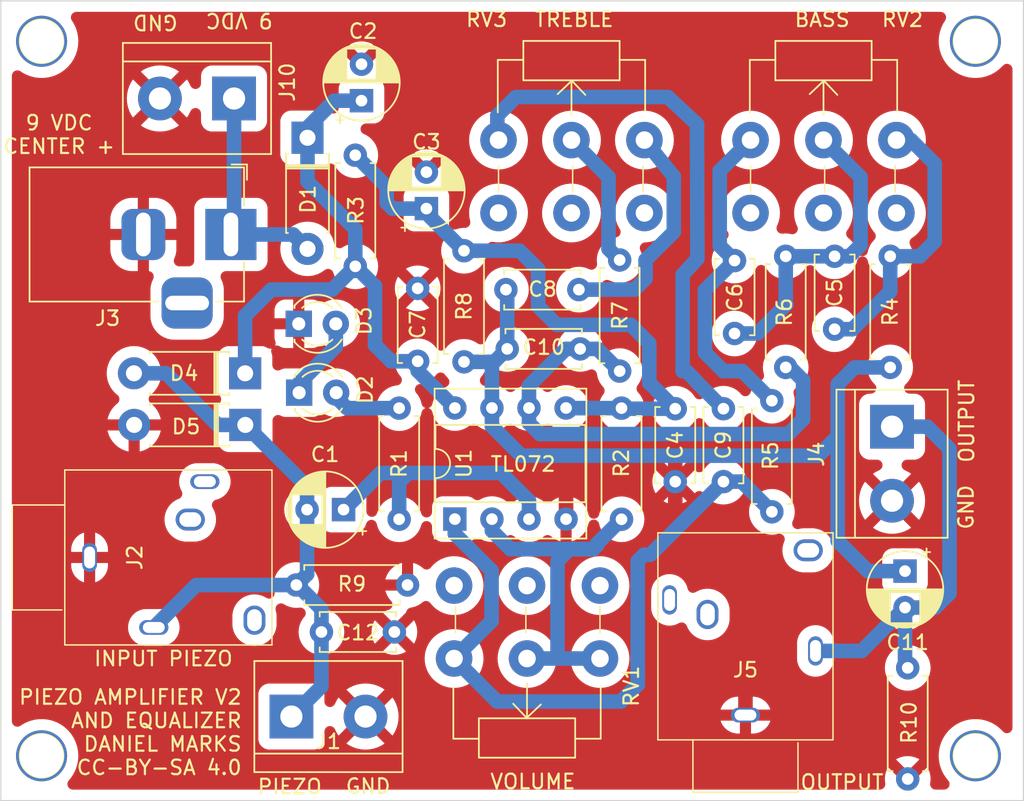
<source format=kicad_pcb>
(kicad_pcb (version 20211014) (generator pcbnew)
  (layers (0 "F.Cu" signal) (31 "B.Cu" signal) (34 "B.Paste" user) (35 "F.Paste" user) (36 "B.SilkS" user "B.Silkscreen") (37 "F.SilkS" user "F.Silkscreen") (38 "B.Mask" user) (39 "F.Mask" user) (44 "Edge.Cuts" user))
  (net 0 "")
  (net 1 "Net-(C1-Pad2)")
  (net 2 "Net-(C2-Pad1)")
  (net 3 "GND")
  (net 4 "+6V")
  (net 5 "Net-(C5-Pad1)")
  (net 6 "Net-(C5-Pad2)")
  (net 7 "Net-(C6-Pad1)")
  (net 8 "Net-(C8-Pad1)")
  (net 9 "Net-(C10-Pad1)")
  (net 10 "Net-(C9-Pad1)")
  (net 11 "Net-(C9-Pad2)")
  (net 12 "Net-(C10-Pad2)")
  (net 13 "Net-(C11-Pad2)")
  (net 14 "+12V")
  (net 15 "Net-(D2-Pad1)")
  (net 19 "Net-(R2-Pad2)")
  (net 20 "Net-(R7-Pad2)")
  (net 25 "Net-(U1-Pad3)")
  (footprint "Capacitor_THT:CP_Radial_D5.0mm_P2.50mm" (layer "F.Cu") (at 99.695 144.1196 180)
    (fp_text reference "C1" (at 1.27 3.7846) (layer "F.SilkS"))
    (fp_text value "10 uF")
    (pad "1" thru_hole rect (at 0 0 180) (size 1.6 1.6) (drill 0.8) (layers *.Cu *.Mask) (net 25 "Net-(U1-Pad3)"))
    (pad "2" thru_hole circle (at 2.5 0 180) (size 1.6 1.6) (drill 0.8) (layers *.Cu *.Mask) (net 1 "Net-(C1-Pad2)"))
  )
  (footprint "Connector_Pin:Pin_D1.0mm_L10.0mm_LooseFit" (layer "F.Cu") (at 79 161)
    (fp_text reference "J9" hide)
    (fp_text value "Conn_01x01" hide)
    (pad "1" thru_hole circle (at 0 0) (size 3.5 3.5) (drill 3) (layers *.Cu *.Mask))
  )
  (footprint "LED_THT:LED_D3.0mm" (layer "F.Cu") (at 96.65 136.1)
    (fp_text reference "D2" (at 4.5262 -0.2032 90) (layer "F.SilkS"))
    (fp_text value "LED")
    (pad "1" thru_hole rect (at 0 0) (size 1.8 1.8) (drill 0.9) (layers *.Cu *.Mask) (net 15 "Net-(D2-Pad1)"))
    (pad "2" thru_hole circle (at 2.54 0) (size 1.8 1.8) (drill 0.9) (layers *.Cu *.Mask) (net 4 "+6V"))
  )
  (footprint "Capacitor_THT:CP_Radial_D5.0mm_P2.50mm" (layer "F.Cu") (at 105.375 123.475 90)
    (fp_text reference "C3" (at 4.572 0 180) (layer "F.SilkS"))
    (fp_text value "100 uF")
    (pad "1" thru_hole rect (at 0 0 90) (size 1.6 1.6) (drill 0.8) (layers *.Cu *.Mask) (net 4 "+6V"))
    (pad "2" thru_hole circle (at 2.5 0 90) (size 1.6 1.6) (drill 0.8) (layers *.Cu *.Mask) (net 3 "GND"))
  )
  (footprint "PhonoJFET:Dual_Potentiometer_WirePads" (layer "F.Cu") (at 110.316 118.7765 90)
    (fp_text reference "RV3" (at 8.2765 -0.816 180) (layer "F.SilkS"))
    (fp_text value "10k")
    (pad "1" thru_hole circle locked (at 0 0 90) (size 2.5 2.5) (drill 1.2) (layers *.Cu *.Mask) (net 11 "Net-(C9-Pad2)"))
    (pad "2" thru_hole circle locked (at 0 5 90) (size 2.5 2.5) (drill 1.2) (layers *.Cu *.Mask) (net 20 "Net-(R7-Pad2)"))
    (pad "3" thru_hole circle locked (at 0 10 90) (size 2.5 2.5) (drill 1.2) (layers *.Cu *.Mask) (net 8 "Net-(C8-Pad1)"))
    (pad "4" thru_hole circle locked (at -5 0 90) (size 2.5 2.5) (drill 1.2) (layers *.Cu *.Mask))
    (pad "5" thru_hole circle locked (at -5 5 90) (size 2.5 2.5) (drill 1.2) (layers *.Cu *.Mask))
    (pad "6" thru_hole circle locked (at -5 10 90) (size 2.5 2.5) (drill 1.2) (layers *.Cu *.Mask))
  )
  (footprint "Resistor_THT:R_Axial_DIN0207_L6.3mm_D2.5mm_P7.62mm_Horizontal" (layer "F.Cu") (at 138.36 162.59 90)
    (fp_text reference "R10" (at 3.866 0.092 90) (layer "F.SilkS"))
    (fp_text value "1k")
    (pad "1" thru_hole circle (at 0 0 90) (size 1.6 1.6) (drill 0.8) (layers *.Cu *.Mask) (net 3 "GND"))
    (pad "2" thru_hole oval (at 7.62 0 90) (size 1.6 1.6) (drill 0.8) (layers *.Cu *.Mask) (net 13 "Net-(C11-Pad2)"))
  )
  (footprint "Capacitor_THT:C_Disc_D5.0mm_W2.5mm_P5.00mm" (layer "F.Cu") (at 122.428 137.2 -90)
    (fp_text reference "C4" (at 2.5 0 90) (layer "F.SilkS"))
    (fp_text value "0.1 uF")
    (pad "1" thru_hole circle (at 0 0 270) (size 1.6 1.6) (drill 0.8) (layers *.Cu *.Mask) (net 4 "+6V"))
    (pad "2" thru_hole circle (at 5 0 270) (size 1.6 1.6) (drill 0.8) (layers *.Cu *.Mask) (net 3 "GND"))
  )
  (footprint "LED_THT:LED_D3.0mm" (layer "F.Cu") (at 96.625 131.375)
    (fp_text reference "D3" (at 4.4704 -0.2032 90) (layer "F.SilkS"))
    (fp_text value "LED")
    (pad "1" thru_hole rect (at 0 0) (size 1.8 1.8) (drill 0.9) (layers *.Cu *.Mask) (net 3 "GND"))
    (pad "2" thru_hole circle (at 2.54 0) (size 1.8 1.8) (drill 0.9) (layers *.Cu *.Mask) (net 15 "Net-(D2-Pad1)"))
  )
  (footprint "Resistor_THT:R_Axial_DIN0207_L6.3mm_D2.5mm_P7.62mm_Horizontal" (layer "F.Cu") (at 118.618 134.62 90)
    (fp_text reference "R7" (at 3.81 0.017186 90) (layer "F.SilkS"))
    (fp_text value "330R")
    (pad "1" thru_hole circle (at 0 0 90) (size 1.6 1.6) (drill 0.8) (layers *.Cu *.Mask) (net 12 "Net-(C10-Pad2)"))
    (pad "2" thru_hole oval (at 7.62 0 90) (size 1.6 1.6) (drill 0.8) (layers *.Cu *.Mask) (net 20 "Net-(R7-Pad2)"))
  )
  (footprint "Resistor_THT:R_Axial_DIN0207_L6.3mm_D2.5mm_P7.62mm_Horizontal" (layer "F.Cu") (at 130 126.746 -90)
    (fp_text reference "R6" (at 3.827444 0.089753 90) (layer "F.SilkS"))
    (fp_text value "1k")
    (pad "1" thru_hole circle (at 0 0 270) (size 1.6 1.6) (drill 0.8) (layers *.Cu *.Mask) (net 6 "Net-(C5-Pad2)"))
    (pad "2" thru_hole oval (at 7.62 0 270) (size 1.6 1.6) (drill 0.8) (layers *.Cu *.Mask) (net 12 "Net-(C10-Pad2)"))
  )
  (footprint "Capacitor_THT:C_Disc_D5.0mm_W2.5mm_P5.00mm" (layer "F.Cu") (at 104.775 133.945 90)
    (fp_text reference "C7" (at 2.5 0 90) (layer "F.SilkS"))
    (fp_text value "0.1 uF")
    (pad "1" thru_hole circle (at 0 0 90) (size 1.6 1.6) (drill 0.8) (layers *.Cu *.Mask) (net 2 "Net-(C2-Pad1)"))
    (pad "2" thru_hole circle (at 5 0 90) (size 1.6 1.6) (drill 0.8) (layers *.Cu *.Mask) (net 3 "GND"))
  )
  (footprint "Capacitor_THT:CP_Radial_D5.0mm_P2.50mm" (layer "F.Cu") (at 100.925 116.075 90)
    (fp_text reference "C2" (at 4.761112 0.10467) (layer "F.SilkS"))
    (fp_text value "100 uF")
    (pad "1" thru_hole rect (at 0 0 90) (size 1.6 1.6) (drill 0.8) (layers *.Cu *.Mask) (net 2 "Net-(C2-Pad1)"))
    (pad "2" thru_hole circle (at 2.5 0 90) (size 1.6 1.6) (drill 0.8) (layers *.Cu *.Mask) (net 3 "GND"))
  )
  (footprint "PhonoJFET:PJ-3240-35mm-stereo" (layer "F.Cu") (at 80.59 147.4 90)
    (fp_text reference "J2" (at 0 4.8 90) (layer "F.SilkS"))
    (fp_text value "Conn_01x03" hide)
    (pad "1" thru_hole oval locked (at -4.8 6.1 90) (size 1 2) (drill oval 0.75 1.5) (layers *.Cu *.Mask) (net 1 "Net-(C1-Pad2)"))
    (pad "2" thru_hole oval locked (at 5.2 9.6 90) (size 1 2) (drill oval 0.75 1.5) (layers *.Cu *.Mask))
    (pad "3" thru_hole oval locked (at 0 1.7 90) (size 2 1) (drill oval 1.5 0.75) (layers *.Cu *.Mask) (net 3 "GND"))
    (pad "4" thru_hole oval locked (at -4.3 13 90) (size 2 1.5) (drill oval 1.5 1) (layers *.Cu *.Mask))
    (pad "5" thru_hole oval locked (at 2.6 8.6 90) (size 1.5 2) (drill oval 1 1.5) (layers *.Cu *.Mask))
  )
  (footprint "Resistor_THT:R_Axial_DIN0207_L6.3mm_D2.5mm_P7.62mm_Horizontal" (layer "F.Cu") (at 129.05 136.65 -90)
    (fp_text reference "R5" (at 3.773489 0.088615 90) (layer "F.SilkS"))
    (fp_text value "1k")
    (pad "1" thru_hole circle (at 0 0 270) (size 1.6 1.6) (drill 0.8) (layers *.Cu *.Mask) (net 7 "Net-(C6-Pad1)"))
    (pad "2" thru_hole oval (at 7.62 0 270) (size 1.6 1.6) (drill 0.8) (layers *.Cu *.Mask) (net 10 "Net-(C9-Pad1)"))
  )
  (footprint "Diode_THT:D_DO-41_SOD81_P7.62mm_Horizontal" (layer "F.Cu") (at 92.95 134.77 180)
    (fp_text reference "D4" (at 4.19 0) (layer "F.SilkS"))
    (fp_text value "1N4148")
    (pad "1" thru_hole rect (at 0 0 180) (size 2.2 2.2) (drill 1.1) (layers *.Cu *.Mask) (net 2 "Net-(C2-Pad1)"))
    (pad "2" thru_hole oval (at 7.62 0 180) (size 2.2 2.2) (drill 1.1) (layers *.Cu *.Mask) (net 1 "Net-(C1-Pad2)"))
  )
  (footprint "Capacitor_THT:C_Disc_D5.0mm_W2.5mm_P5.00mm" (layer "F.Cu") (at 98.18 152.51)
    (fp_text reference "C12" (at 2.5 0.05) (layer "F.SilkS"))
    (fp_text value "100 pF")
    (pad "1" thru_hole circle (at 0 0) (size 1.6 1.6) (drill 0.8) (layers *.Cu *.Mask) (net 1 "Net-(C1-Pad2)"))
    (pad "2" thru_hole circle (at 5 0) (size 1.6 1.6) (drill 0.8) (layers *.Cu *.Mask) (net 3 "GND"))
  )
  (footprint "Resistor_THT:R_Axial_DIN0207_L6.3mm_D2.5mm_P7.62mm_Horizontal" (layer "F.Cu") (at 96.46 149.29)
    (fp_text reference "R9" (at 3.81 -0.07) (layer "F.SilkS"))
    (fp_text value "NC")
    (pad "1" thru_hole circle (at 0 0) (size 1.6 1.6) (drill 0.8) (layers *.Cu *.Mask) (net 1 "Net-(C1-Pad2)"))
    (pad "2" thru_hole oval (at 7.62 0) (size 1.6 1.6) (drill 0.8) (layers *.Cu *.Mask) (net 3 "GND"))
  )
  (footprint "PhonoJFET:PJ-3240-35mm-stereo" (layer "F.Cu") (at 127.24 159.91 180)
    (fp_text reference "J5" (at 0 4.8) (layer "F.SilkS"))
    (fp_text value "Conn_01x03")
    (pad "1" thru_hole oval locked (at -4.8 6.1 180) (size 1 2) (drill oval 0.75 1.5) (layers *.Cu *.Mask) (net 13 "Net-(C11-Pad2)"))
    (pad "2" thru_hole oval locked (at 5.2 9.6 180) (size 1 2) (drill oval 0.75 1.5) (layers *.Cu *.Mask))
    (pad "3" thru_hole oval locked (at 0 1.7 180) (size 2 1) (drill oval 1.5 0.75) (layers *.Cu *.Mask) (net 3 "GND"))
    (pad "4" thru_hole oval locked (at -4.3 13 180) (size 2 1.5) (drill oval 1.5 1) (layers *.Cu *.Mask))
    (pad "5" thru_hole oval locked (at 2.6 8.6 180) (size 1.5 2) (drill oval 1 1.5) (layers *.Cu *.Mask))
  )
  (footprint "Resistor_THT:R_Axial_DIN0207_L6.3mm_D2.5mm_P7.62mm_Horizontal" (layer "F.Cu") (at 100.5 127.435 90)
    (fp_text reference "R3" (at 3.837912 0.048846 90) (layer "F.SilkS"))
    (fp_text value "1k")
    (pad "1" thru_hole circle (at 0 0 90) (size 1.6 1.6) (drill 0.8) (layers *.Cu *.Mask) (net 2 "Net-(C2-Pad1)"))
    (pad "2" thru_hole oval (at 7.62 0 90) (size 1.6 1.6) (drill 0.8) (layers *.Cu *.Mask) (net 4 "+6V"))
  )
  (footprint "Package_DIP:DIP-8_W7.62mm_Socket" (layer "F.Cu") (at 107.325 144.77 90)
    (fp_text reference "U1" (at 3.81 0.625 90) (layer "F.SilkS"))
    (fp_text value "TL072")
    (pad "1" thru_hole rect (at 0 0 90) (size 1.6 1.6) (drill 0.8) (layers *.Cu *.Mask) (net 10 "Net-(C9-Pad1)"))
    (pad "2" thru_hole oval (at 0 2.54 90) (size 1.6 1.6) (drill 0.8) (layers *.Cu *.Mask) (net 19 "Net-(R2-Pad2)"))
    (pad "3" thru_hole oval (at 0 5.08 90) (size 1.6 1.6) (drill 0.8) (layers *.Cu *.Mask) (net 25 "Net-(U1-Pad3)"))
    (pad "4" thru_hole oval (at 0 7.62 90) (size 1.6 1.6) (drill 0.8) (layers *.Cu *.Mask) (net 3 "GND"))
    (pad "5" thru_hole oval (at 7.62 7.62 90) (size 1.6 1.6) (drill 0.8) (layers *.Cu *.Mask) (net 4 "+6V"))
    (pad "6" thru_hole oval (at 7.62 5.08 90) (size 1.6 1.6) (drill 0.8) (layers *.Cu *.Mask) (net 12 "Net-(C10-Pad2)"))
    (pad "7" thru_hole oval (at 7.62 2.54 90) (size 1.6 1.6) (drill 0.8) (layers *.Cu *.Mask) (net 9 "Net-(C10-Pad1)"))
    (pad "8" thru_hole oval (at 7.62 0 90) (size 1.6 1.6) (drill 0.8) (layers *.Cu *.Mask) (net 2 "Net-(C2-Pad1)"))
  )
  (footprint "PhonoJFET:Dual_Potentiometer_WirePads" (layer "F.Cu") (at 117.27 154.33 -90)
    (fp_text reference "RV1" (at 1.9 -2.15 90) (layer "F.SilkS"))
    (fp_text value "100k")
    (pad "1" thru_hole circle locked (at 0 0 270) (size 2.5 2.5) (drill 1.2) (layers *.Cu *.Mask) (net 19 "Net-(R2-Pad2)"))
    (pad "2" thru_hole circle locked (at 0 5 270) (size 2.5 2.5) (drill 1.2) (layers *.Cu *.Mask) (net 19 "Net-(R2-Pad2)"))
    (pad "3" thru_hole circle locked (at 0 10 270) (size 2.5 2.5) (drill 1.2) (layers *.Cu *.Mask) (net 10 "Net-(C9-Pad1)"))
    (pad "4" thru_hole circle locked (at -5 0 270) (size 2.5 2.5) (drill 1.2) (layers *.Cu *.Mask))
    (pad "5" thru_hole circle locked (at -5 5 270) (size 2.5 2.5) (drill 1.2) (layers *.Cu *.Mask))
    (pad "6" thru_hole circle locked (at -5 10 270) (size 2.5 2.5) (drill 1.2) (layers *.Cu *.Mask))
  )
  (footprint "Resistor_THT:R_Axial_DIN0207_L6.3mm_D2.5mm_P7.62mm_Horizontal" (layer "F.Cu") (at 103.505 137.16 -90)
    (fp_text reference "R1" (at 3.81 0 90) (layer "F.SilkS"))
    (fp_text value "1M")
    (pad "1" thru_hole circle (at 0 0 270) (size 1.6 1.6) (drill 0.8) (layers *.Cu *.Mask) (net 4 "+6V"))
    (pad "2" thru_hole oval (at 7.62 0 270) (size 1.6 1.6) (drill 0.8) (layers *.Cu *.Mask) (net 25 "Net-(U1-Pad3)"))
  )
  (footprint "Capacitor_THT:C_Disc_D5.0mm_W2.5mm_P5.00mm" (layer "F.Cu") (at 115.824 129.032 180)
    (fp_text reference "C8" (at 2.491775 0.027191) (layer "F.SilkS"))
    (fp_text value "33 nF")
    (pad "1" thru_hole circle (at 0 0 180) (size 1.6 1.6) (drill 0.8) (layers *.Cu *.Mask) (net 8 "Net-(C8-Pad1)"))
    (pad "2" thru_hole circle (at 5 0 180) (size 1.6 1.6) (drill 0.8) (layers *.Cu *.Mask) (net 9 "Net-(C10-Pad1)"))
  )
  (footprint "Capacitor_THT:C_Disc_D5.0mm_W2.5mm_P5.00mm" (layer "F.Cu") (at 125.73 142.2 90)
    (fp_text reference "C9" (at 2.5 -0.011627 90) (layer "F.SilkS"))
    (fp_text value "33 nF")
    (pad "1" thru_hole circle (at 0 0 90) (size 1.6 1.6) (drill 0.8) (layers *.Cu *.Mask) (net 10 "Net-(C9-Pad1)"))
    (pad "2" thru_hole circle (at 5 0 90) (size 1.6 1.6) (drill 0.8) (layers *.Cu *.Mask) (net 11 "Net-(C9-Pad2)"))
  )
  (footprint "PhonoJFET:Dual_Potentiometer_WirePads" (layer "F.Cu") (at 127.588 118.7765 90)
    (fp_text reference "RV2" (at 8.2765 10.412 180) (layer "F.SilkS"))
    (fp_text value "10k")
    (pad "1" thru_hole circle locked (at 0 0 90) (size 2.5 2.5) (drill 1.2) (layers *.Cu *.Mask) (net 7 "Net-(C6-Pad1)"))
    (pad "2" thru_hole circle locked (at 0 5 90) (size 2.5 2.5) (drill 1.2) (layers *.Cu *.Mask) (net 6 "Net-(C5-Pad2)"))
    (pad "3" thru_hole circle locked (at 0 10 90) (size 2.5 2.5) (drill 1.2) (layers *.Cu *.Mask) (net 5 "Net-(C5-Pad1)"))
    (pad "4" thru_hole circle locked (at -5 0 90) (size 2.5 2.5) (drill 1.2) (layers *.Cu *.Mask))
    (pad "5" thru_hole circle locked (at -5 5 90) (size 2.5 2.5) (drill 1.2) (layers *.Cu *.Mask))
    (pad "6" thru_hole circle locked (at -5 10 90) (size 2.5 2.5) (drill 1.2) (layers *.Cu *.Mask))
  )
  (footprint "TerminalBlock:TerminalBlock_bornier-2_P5.08mm" (layer "F.Cu") (at 92.19 115.925 180)
    (fp_text reference "J10" (at -3.65 1.117 90) (layer "F.SilkS"))
    (fp_text value "Conn_01x02")
    (pad "1" thru_hole rect (at 0 0 180) (size 3 3) (drill 1.52) (layers *.Cu *.Mask) (net 14 "+12V"))
    (pad "2" thru_hole circle (at 5.08 0 180) (size 3 3) (drill 1.52) (layers *.Cu *.Mask) (net 3 "GND"))
  )
  (footprint "Resistor_THT:R_Axial_DIN0207_L6.3mm_D2.5mm_P7.62mm_Horizontal" (layer "F.Cu") (at 107.95 133.985 90)
    (fp_text reference "R8" (at 3.81 0 90) (layer "F.SilkS"))
    (fp_text value "100k")
    (pad "1" thru_hole circle (at 0 0 90) (size 1.6 1.6) (drill 0.8) (layers *.Cu *.Mask) (net 9 "Net-(C10-Pad1)"))
    (pad "2" thru_hole oval (at 7.62 0 90) (size 1.6 1.6) (drill 0.8) (layers *.Cu *.Mask) (net 4 "+6V"))
  )
  (footprint "Capacitor_THT:C_Disc_D5.0mm_W2.5mm_P5.00mm" (layer "F.Cu") (at 110.911 133.096)
    (fp_text reference "C10" (at 2.5 -0.114) (layer "F.SilkS"))
    (fp_text value "22 pF")
    (pad "1" thru_hole circle (at 0 0) (size 1.6 1.6) (drill 0.8) (layers *.Cu *.Mask) (net 9 "Net-(C10-Pad1)"))
    (pad "2" thru_hole circle (at 5 0) (size 1.6 1.6) (drill 0.8) (layers *.Cu *.Mask) (net 12 "Net-(C10-Pad2)"))
  )
  (footprint "Capacitor_THT:CP_Radial_D5.0mm_P2.50mm" (layer "F.Cu") (at 138.176 148.336 -90)
    (fp_text reference "C11" (at 4.888112 -0.1778 180) (layer "F.SilkS"))
    (fp_text value "10 uF")
    (pad "1" thru_hole rect (at 0 0 270) (size 1.6 1.6) (drill 0.8) (layers *.Cu *.Mask) (net 9 "Net-(C10-Pad1)"))
    (pad "2" thru_hole circle (at 2.5 0 270) (size 1.6 1.6) (drill 0.8) (layers *.Cu *.Mask) (net 13 "Net-(C11-Pad2)"))
  )
  (footprint "Connector_Pin:Pin_D1.0mm_L10.0mm_LooseFit" (layer "F.Cu") (at 79 112)
    (fp_text reference "J8" hide)
    (fp_text value "Conn_01x01" hide)
    (pad "1" thru_hole circle (at 0 0) (size 3.5 3.5) (drill 3) (layers *.Cu *.Mask))
  )
  (footprint "Connector_Pin:Pin_D1.0mm_L10.0mm_LooseFit" (layer "F.Cu") (at 143 161)
    (fp_text reference "J7" hide)
    (fp_text value "Conn_01x01" hide)
    (pad "1" thru_hole circle (at 0 0) (size 3.5 3.5) (drill 3) (layers *.Cu *.Mask))
  )
  (footprint "Connector_BarrelJack:BarrelJack_Horizontal" (layer "F.Cu") (at 91.975 125.25)
    (fp_text reference "J3" (at -8.45 5.75) (layer "F.SilkS"))
    (fp_text value "Barrel_Jack_Switch" hide)
    (pad "1" thru_hole rect (at 0 0) (size 3.5 3.5) (drill oval 1 3) (layers *.Cu *.Mask) (net 14 "+12V"))
    (pad "2" thru_hole roundrect (at -6 0) (size 3 3.5) (drill oval 1 3) (layers *.Cu *.Mask) (net 3 "GND"))
    (pad "3" thru_hole roundrect (at -3 4.7) (size 3.5 3.5) (drill oval 3 1) (layers *.Cu *.Mask))
  )
  (footprint "TerminalBlock:TerminalBlock_bornier-2_P5.08mm" (layer "F.Cu") (at 137.287 138.43 -90)
    (fp_text reference "J4" (at 1.89 5.177 90) (layer "F.SilkS"))
    (fp_text value "Conn_01x02" hide)
    (pad "1" thru_hole rect (at 0 0 270) (size 3 3) (drill 1.52) (layers *.Cu *.Mask) (net 13 "Net-(C11-Pad2)"))
    (pad "2" thru_hole circle (at 5.08 0 270) (size 3 3) (drill 1.52) (layers *.Cu *.Mask) (net 3 "GND"))
  )
  (footprint "Resistor_THT:R_Axial_DIN0207_L6.3mm_D2.5mm_P7.62mm_Horizontal" (layer "F.Cu") (at 137.16 134.366 90)
    (fp_text reference "R4" (at 3.81 0 90) (layer "F.SilkS"))
    (fp_text value "1k")
    (pad "1" thru_hole circle (at 0 0 90) (size 1.6 1.6) (drill 0.8) (layers *.Cu *.Mask) (net 9 "Net-(C10-Pad1)"))
    (pad "2" thru_hole oval (at 7.62 0 90) (size 1.6 1.6) (drill 0.8) (layers *.Cu *.Mask) (net 5 "Net-(C5-Pad1)"))
  )
  (footprint "Diode_THT:D_DO-41_SOD81_P7.62mm_Horizontal" (layer "F.Cu") (at 97.225 118.618 -90)
    (fp_text reference "D1" (at 4.214726 -0.036501 90) (layer "F.SilkS"))
    (fp_text value "1N4007")
    (pad "1" thru_hole rect (at 0 0 270) (size 2.2 2.2) (drill 1.1) (layers *.Cu *.Mask) (net 2 "Net-(C2-Pad1)"))
    (pad "2" thru_hole oval (at 7.62 0 270) (size 2.2 2.2) (drill 1.1) (layers *.Cu *.Mask) (net 14 "+12V"))
  )
  (footprint "Diode_THT:D_DO-41_SOD81_P7.62mm_Horizontal" (layer "F.Cu") (at 92.964 138.31 180)
    (fp_text reference "D5" (at 4.064 -0.12) (layer "F.SilkS"))
    (fp_text value "1N4148")
    (pad "1" thru_hole rect (at 0 0 180) (size 2.2 2.2) (drill 1.1) (layers *.Cu *.Mask) (net 1 "Net-(C1-Pad2)"))
    (pad "2" thru_hole oval (at 7.62 0 180) (size 2.2 2.2) (drill 1.1) (layers *.Cu *.Mask) (net 3 "GND"))
  )
  (footprint "Capacitor_THT:C_Disc_D5.0mm_W2.5mm_P5.00mm" (layer "F.Cu") (at 133.35 131.746 90)
    (fp_text reference "C5" (at 2.5 0 90) (layer "F.SilkS"))
    (fp_text value "330 nF")
    (pad "1" thru_hole circle (at 0 0 90) (size 1.6 1.6) (drill 0.8) (layers *.Cu *.Mask) (net 5 "Net-(C5-Pad1)"))
    (pad "2" thru_hole circle (at 5 0 90) (size 1.6 1.6) (drill 0.8) (layers *.Cu *.Mask) (net 6 "Net-(C5-Pad2)"))
  )
  (footprint "Resistor_THT:R_Axial_DIN0207_L6.3mm_D2.5mm_P7.62mm_Horizontal" (layer "F.Cu") (at 118.745 137.16 -90)
    (fp_text reference "R2" (at 3.77 0.005 90) (layer "F.SilkS"))
    (fp_text value "1k")
    (pad "1" thru_hole circle (at 0 0 270) (size 1.6 1.6) (drill 0.8) (layers *.Cu *.Mask) (net 4 "+6V"))
    (pad "2" thru_hole oval (at 7.62 0 270) (size 1.6 1.6) (drill 0.8) (layers *.Cu *.Mask) (net 19 "Net-(R2-Pad2)"))
  )
  (footprint "TerminalBlock:TerminalBlock_bornier-2_P5.08mm" (layer "F.Cu") (at 96.12 158.31)
    (fp_text reference "J1" (at 2.54 1.71) (layer "F.SilkS"))
    (fp_text value "Conn_01x02" hide)
    (pad "1" thru_hole rect (at 0 0) (size 3 3) (drill 1.52) (layers *.Cu *.Mask) (net 1 "Net-(C1-Pad2)"))
    (pad "2" thru_hole circle (at 5.08 0) (size 3 3) (drill 1.52) (layers *.Cu *.Mask) (net 3 "GND"))
  )
  (footprint "Connector_Pin:Pin_D1.0mm_L10.0mm_LooseFit" (layer "F.Cu") (at 143 112)
    (fp_text reference "J6" hide)
    (fp_text value "Conn_01x01" hide)
    (pad "1" thru_hole circle (at 0 0) (size 3.5 3.5) (drill 3) (layers *.Cu *.Mask))
  )
  (footprint "Capacitor_THT:C_Disc_D5.0mm_W2.5mm_P5.00mm" (layer "F.Cu") (at 126.492 127.04 -90)
    (fp_text reference "C6" (at 2.528341 -0.013742 90) (layer "F.SilkS"))
    (fp_text value "330 nF")
    (pad "1" thru_hole circle (at 0 0 270) (size 1.6 1.6) (drill 0.8) (layers *.Cu *.Mask) (net 7 "Net-(C6-Pad1)"))
    (pad "2" thru_hole circle (at 5 0 270) (size 1.6 1.6) (drill 0.8) (layers *.Cu *.Mask) (net 6 "Net-(C5-Pad2)"))
  )
  (gr_rect (start 76.2 109.22) (end 146.304 164.084) (layer "Edge.Cuts") (width 0.1) (fill none))
  (gr_text "9 VDC\nCENTER +" (at 80.2 118.4) (layer "F.SilkS") (effects (font (size 1 1))))
  (gr_text "TL072" (at 112 141) (layer "F.SilkS") (effects (font (size 1 1))))
  (gr_text "OUTPUT" (at 142.4 138.05 90) (layer "F.SilkS") (effects (font (size 1 1))))
  (gr_text "9 VDC" (at 92.55 110.575 180) (layer "F.SilkS") (effects (font (size 1 1))))
  (gr_text "VOLUME" (at 112.67 162.77) (layer "F.SilkS") (effects (font (size 1 1))))
  (gr_text "OUTPUT" (at 133.858 162.814) (layer "F.SilkS") (effects (font (size 1 1))))
  (gr_text "GND" (at 86.8 110.7 180) (layer "F.SilkS") (effects (font (size 1 1))))
  (gr_text "PIEZO AMPLIFIER V2\nAND EQUALIZER\nDANIEL MARKS\nCC-BY-SA 4.0" (at 92.8 159.39) (layer "F.SilkS") (effects (font (size 1 1)) (justify right)))
  (gr_text "GND" (at 142.36 143.95 90) (layer "F.SilkS") (effects (font (size 1 1))))
  (gr_text "PIEZO" (at 96.01 163.12) (layer "F.SilkS") (effects (font (size 1 1))))
  (gr_text "TREBLE" (at 115.5 110.5) (layer "F.SilkS") (effects (font (size 1 1))))
  (gr_text "BASS" (at 132.5 110.5) (layer "F.SilkS") (effects (font (size 1 1))))
  (gr_text "INPUT PIEZO" (at 87.35 154.34) (layer "F.SilkS") (effects (font (size 1 1))))
  (gr_text "GND" (at 101.38 163.09) (layer "F.SilkS") (effects (font (size 1 1))))
  (segment (start 98.18 152.51) (end 98.18 156.25) (width 1) (layer "B.Cu") (net 1))
  (segment (start 92.964 138.31) (end 91.066 138.31) (width 1) (layer "B.Cu") (net 1))
  (segment (start 98.18 150.94) (end 96.53 149.29) (width 1) (layer "B.Cu") (net 1))
  (segment (start 98.18 152.51) (end 98.18 150.94) (width 1) (layer "B.Cu") (net 1))
  (segment (start 91.066 138.31) (end 87.526 134.77) (width 1) (layer "B.Cu") (net 1))
  (segment (start 97.195 144.1196) (end 97.195 142.541) (width 1) (layer "B.Cu") (net 1))
  (segment (start 97.195 142.541) (end 92.964 138.31) (width 1) (layer "B.Cu") (net 1))
  (segment (start 89.6 149.29) (end 86.69 152.2) (width 1) (layer "B.Cu") (net 1))
  (segment (start 96.53 149.29) (end 96.46 149.29) (width 1) (layer "B.Cu") (net 1))
  (segment (start 97.195 144.1196) (end 97.195 148.555) (width 1) (layer "B.Cu") (net 1))
  (segment (start 87.526 134.77) (end 85.33 134.77) (width 1) (layer "B.Cu") (net 1))
  (segment (start 96.46 149.29) (end 89.6 149.29) (width 1) (layer "B.Cu") (net 1))
  (segment (start 98.18 156.25) (end 96.12 158.31) (width 1) (layer "B.Cu") (net 1))
  (segment (start 97.195 148.555) (end 96.46 149.29) (width 1) (layer "B.Cu") (net 1))
  (segment (start 99.063 116.075) (end 97.225 117.913) (width 1) (layer "B.Cu") (net 2))
  (segment (start 104.775 134.6) (end 107.325 137.15) (width 1) (layer "B.Cu") (net 2))
  (segment (start 97.225 121.609) (end 97.225 118.618) (width 1) (layer "B.Cu") (net 2))
  (segment (start 98.903 129.032) (end 94.742 129.032) (width 1) (layer "B.Cu") (net 2))
  (segment (start 100.5 127.435) (end 100.5 124.884) (width 1) (layer "B.Cu") (net 2))
  (segment (start 101.854 128.789) (end 100.5 127.435) (width 1) (layer "B.Cu") (net 2))
  (segment (start 94.742 129.032) (end 92.95 130.824) (width 1) (layer "B.Cu") (net 2))
  (segment (start 100.5 127.435) (end 98.903 129.032) (width 1) (layer "B.Cu") (net 2))
  (segment (start 100.5 124.884) (end 97.225 121.609) (width 1) (layer "B.Cu") (net 2))
  (segment (start 104.775 133.945) (end 102.957 133.945) (width 1) (layer "B.Cu") (net 2))
  (segment (start 101.854 132.842) (end 101.854 128.789) (width 1) (layer "B.Cu") (net 2))
  (segment (start 100.925 116.075) (end 99.063 116.075) (width 1) (layer "B.Cu") (net 2))
  (segment (start 97.225 117.913) (end 97.225 118.618) (width 1) (layer "B.Cu") (net 2))
  (segment (start 104.775 133.945) (end 104.775 134.6) (width 1) (layer "B.Cu") (net 2))
  (segment (start 92.95 130.824) (end 92.95 134.77) (width 1) (layer "B.Cu") (net 2))
  (segment (start 102.957 133.945) (end 101.854 132.842) (width 1) (layer "B.Cu") (net 2))
  (segment (start 127.24 158.21) (end 127.24 150.42) (width 1) (layer "F.Cu") (net 3))
  (segment (start 114.945 142.555) (end 117.5 140) (width 1) (layer "F.Cu") (net 3))
  (segment (start 122 140) (end 122.428 140.428) (width 1) (layer "F.Cu") (net 3))
  (segment (start 122.428 140.428) (end 122.428 142.2) (width 1) (layer "F.Cu") (net 3))
  (segment (start 122.428 145.608) (end 122.428 142.2) (width 1) (layer "F.Cu") (net 3))
  (segment (start 117.5 140) (end 122 140) (width 1) (layer "F.Cu") (net 3))
  (segment (start 127.24 150.42) (end 122.428 145.608) (width 1) (layer "F.Cu") (net 3))
  (segment (start 114.945 144.77) (end 114.945 142.555) (width 1) (layer "F.Cu") (net 3))
  (segment (start 113.03 127.635) (end 113.03 130.175) (width 1) (layer "B.Cu") (net 4))
  (segment (start 122.428 137.2) (end 118.785 137.2) (width 1) (layer "B.Cu") (net 4))
  (segment (start 114.955 137.16) (end 114.945 137.15) (width 1) (layer "B.Cu") (net 4))
  (segment (start 99.19 136.1) (end 99.19 136.415) (width 1) (layer "B.Cu") (net 4))
  (segment (start 118.745 137.16) (end 114.955 137.16) (width 1) (layer "B.Cu") (net 4))
  (segment (start 119.38 131.445) (end 120.65 132.715) (width 1) (layer "B.Cu") (net 4))
  (segment (start 105.375 123.475) (end 105.375 123.79) (width 1) (layer "B.Cu") (net 4))
  (segment (start 105.375 123.79) (end 107.95 126.365) (width 1) (layer "B.Cu") (net 4))
  (segment (start 114.3 131.445) (end 119.38 131.445) (width 1) (layer "B.Cu") (net 4))
  (segment (start 100.5 119.815) (end 102.65 121.965) (width 1) (layer "B.Cu") (net 4))
  (segment (start 102.65 123.075) (end 103.05 123.475) (width 1) (layer "B.Cu") (net 4))
  (segment (start 103.05 123.475) (end 105.375 123.475) (width 1) (layer "B.Cu") (net 4))
  (segment (start 111.76 126.365) (end 113.03 127.635) (width 1) (layer "B.Cu") (net 4))
  (segment (start 102.65 121.965) (end 102.65 123.075) (width 1) (layer "B.Cu") (net 4))
  (segment (start 99.19 136.415) (end 99.935 137.16) (width 1) (layer "B.Cu") (net 4))
  (segment (start 113.03 130.175) (end 114.3 131.445) (width 1) (layer "B.Cu") (net 4))
  (segment (start 99.935 137.16) (end 103.505 137.16) (width 1) (layer "B.Cu") (net 4))
  (segment (start 120.65 132.715) (end 120.65 135.422) (width 1) (layer "B.Cu") (net 4))
  (segment (start 107.95 126.365) (end 111.76 126.365) (width 1) (layer "B.Cu") (net 4))
  (segment (start 120.65 135.422) (end 122.428 137.2) (width 1) (layer "B.Cu") (net 4))
  (segment (start 118.785 137.2) (end 118.745 137.16) (width 1) (layer "B.Cu") (net 4))
  (segment (start 137.16 126.746) (end 137.16 129.159) (width 1) (layer "B.Cu") (net 5))
  (segment (start 138.5885 118.7765) (end 137.588 118.7765) (width 1) (layer "B.Cu") (net 5))
  (segment (start 134.573 131.746) (end 133.35 131.746) (width 1) (layer "B.Cu") (net 5))
  (segment (start 140.208 125.73) (end 140.208 120.396) (width 1) (layer "B.Cu") (net 5))
  (segment (start 137.16 126.746) (end 139.192 126.746) (width 1) (layer "B.Cu") (net 5))
  (segment (start 139.192 126.746) (end 140.208 125.73) (width 1) (layer "B.Cu") (net 5))
  (segment (start 140.208 120.396) (end 138.5885 118.7765) (width 1) (layer "B.Cu") (net 5))
  (segment (start 137.16 129.159) (end 134.573 131.746) (width 1) (layer "B.Cu") (net 5))
  (segment (start 133.35 126.746) (end 134.366 126.746) (width 1) (layer "B.Cu") (net 6))
  (segment (start 126.492 132.04) (end 128.056 132.04) (width 1) (layer "B.Cu") (net 6))
  (segment (start 134.366 126.746) (end 135.128 125.984) (width 1) (layer "B.Cu") (net 6))
  (segment (start 135.128 125.984) (end 135.128 121.3165) (width 1) (layer "B.Cu") (net 6))
  (segment (start 133.35 126.746) (end 130 126.746) (width 1) (layer "B.Cu") (net 6))
  (segment (start 130 130) (end 130 126.746) (width 1) (layer "B.Cu") (net 6))
  (segment (start 135.128 121.3165) (end 132.588 118.7765) (width 1) (layer "B.Cu") (net 6))
  (segment (start 130.048 130.048) (end 130 130) (width 1) (layer "B.Cu") (net 6))
  (segment (start 128.056 132.04) (end 130.048 130.048) (width 1) (layer "B.Cu") (net 6))
  (segment (start 125.476 120.8885) (end 127.588 118.7765) (width 1) (layer "B.Cu") (net 7))
  (segment (start 124.46 133.35) (end 124.46 129.072) (width 1) (layer "B.Cu") (net 7))
  (segment (start 129.05 136.65) (end 127.02 134.62) (width 1) (layer "B.Cu") (net 7))
  (segment (start 127.02 134.62) (end 125.73 134.62) (width 1) (layer "B.Cu") (net 7))
  (segment (start 126.492 127.04) (end 125.476 126.024) (width 1) (layer "B.Cu") (net 7))
  (segment (start 124.46 129.072) (end 126.492 127.04) (width 1) (layer "B.Cu") (net 7))
  (segment (start 125.73 134.62) (end 124.46 133.35) (width 1) (layer "B.Cu") (net 7))
  (segment (start 125.476 126.024) (end 125.476 120.8885) (width 1) (layer "B.Cu") (net 7))
  (segment (start 115.824 129.032) (end 119.634 129.032) (width 1) (layer "B.Cu") (net 8))
  (segment (start 119.634 129.032) (end 120.396 128.27) (width 1) (layer "B.Cu") (net 8))
  (segment (start 122.33 125.08) (end 122.33 121.28) (width 1) (layer "B.Cu") (net 8))
  (segment (start 122.33 121.28) (end 120.316 118.7765) (width 1) (layer "B.Cu") (net 8))
  (segment (start 120.396 127) (end 122.33 125.08) (width 1) (layer "B.Cu") (net 8))
  (segment (start 120.396 128.27) (end 120.396 127) (width 1) (layer "B.Cu") (net 8))
  (segment (start 133.56 138.76) (end 133.56 135.52) (width 1) (layer "B.Cu") (net 9))
  (segment (start 133.56 146.26) (end 135.636 148.336) (width 1) (layer "B.Cu") (net 9))
  (segment (start 109.708 133.985) (end 107.95 133.985) (width 1) (layer "B.Cu") (net 9))
  (segment (start 132.23 140.42) (end 133.56 139.09) (width 1) (layer "B.Cu") (net 9))
  (segment (start 109.865 138.405) (end 111.88 140.42) (width 1) (layer "B.Cu") (net 9))
  (segment (start 134.714 134.366) (end 137.16 134.366) (width 1) (layer "B.Cu") (net 9))
  (segment (start 109.865 134.142) (end 109.708 133.985) (width 1) (layer "B.Cu") (net 9))
  (segment (start 135.636 148.336) (end 138.176 148.336) (width 1) (layer "B.Cu") (net 9))
  (segment (start 111.88 140.42) (end 132.23 140.42) (width 1) (layer "B.Cu") (net 9))
  (segment (start 110.911 129.119) (end 110.824 129.032) (width 1) (layer "B.Cu") (net 9))
  (segment (start 133.56 135.52) (end 134.714 134.366) (width 1) (layer "B.Cu") (net 9))
  (segment (start 110.911 133.096) (end 110.911 129.119) (width 1) (layer "B.Cu") (net 9))
  (segment (start 109.865 137.15) (end 109.865 138.405) (width 1) (layer "B.Cu") (net 9))
  (segment (start 109.865 137.15) (end 109.865 134.142) (width 1) (layer "B.Cu") (net 9))
  (segment (start 133.56 139.09) (end 133.56 138.76) (width 1) (layer "B.Cu") (net 9))
  (segment (start 133.56 139.09) (end 133.56 146.26) (width 1) (layer "B.Cu") (net 9))
  (segment (start 109.865 134.142) (end 110.911 133.096) (width 1) (layer "B.Cu") (net 9))
  (segment (start 107.325 144.77) (end 107.325 145.785) (width 1) (layer "B.Cu") (net 10))
  (segment (start 125.73 142.2) (end 126.98 142.2) (width 1) (layer "B.Cu") (net 10))
  (segment (start 109.84 148.3) (end 109.84 151.76) (width 1) (layer "B.Cu") (net 10))
  (segment (start 120.29 147.21) (end 119.86 147.64) (width 1) (layer "B.Cu") (net 10))
  (segment (start 118.7 157.28) (end 110.22 157.28) (width 1) (layer "B.Cu") (net 10))
  (segment (start 107.325 145.785) (end 109.84 148.3) (width 1) (layer "B.Cu") (net 10))
  (segment (start 119.86 156.12) (end 118.7 157.28) (width 1) (layer "B.Cu") (net 10))
  (segment (start 120.72 147.21) (end 120.29 147.21) (width 1) (layer "B.Cu") (net 10))
  (segment (start 125.73 142.2) (end 120.72 147.21) (width 1) (layer "B.Cu") (net 10))
  (segment (start 110.22 157.28) (end 107.27 154.33) (width 1) (layer "B.Cu") (net 10))
  (segment (start 126.98 142.2) (end 129.05 144.27) (width 1) (layer "B.Cu") (net 10))
  (segment (start 119.86 147.64) (end 119.86 156.12) (width 1) (layer "B.Cu") (net 10))
  (segment (start 109.84 151.76) (end 107.27 154.33) (width 1) (layer "B.Cu") (net 10))
  (segment (start 123.825 135.295) (end 123.825 135.255) (width 1) (layer "B.Cu") (net 11))
  (segment (start 110.236 117.094) (end 110.236 118.6965) (width 1) (layer "B.Cu") (net 11))
  (segment (start 122.936 128.016) (end 123.95 126.9) (width 1) (layer "B.Cu") (net 11))
  (segment (start 110.236 118.6965) (end 110.316 118.7765) (width 1) (layer "B.Cu") (net 11))
  (segment (start 125.73 137.2) (end 123.825 135.295) (width 1) (layer "B.Cu") (net 11))
  (segment (start 122.936 134.62) (end 122.936 128.016) (width 1) (layer "B.Cu") (net 11))
  (segment (start 121.92 115.824) (end 111.506 115.824) (width 1) (layer "B.Cu") (net 11))
  (segment (start 111.506 115.824) (end 110.236 117.094) (width 1) (layer "B.Cu") (net 11))
  (segment (start 123.95 126.9) (end 123.92 117.69) (width 1) (layer "B.Cu") (net 11))
  (segment (start 123.19 134.62) (end 122.936 134.62) (width 1) (layer "B.Cu") (net 11))
  (segment (start 123.92 117.69) (end 121.92 115.824) (width 1) (layer "B.Cu") (net 11))
  (segment (start 123.825 135.255) (end 123.19 134.62) (width 1) (layer "B.Cu") (net 11))
  (segment (start 112.405 135.626) (end 114.935 133.096) (width 1) (layer "B.Cu") (net 12))
  (segment (start 113.157 138.938) (end 130.175 138.938) (width 1) (layer "B.Cu") (net 12))
  (segment (start 117.094 133.096) (end 118.618 134.62) (width 1) (layer "B.Cu") (net 12))
  (segment (start 112.405 137.15) (end 112.405 135.626) (width 1) (layer "B.Cu") (net 12))
  (segment (start 112.405 137.15) (end 112.405 138.186) (width 1) (layer "B.Cu") (net 12))
  (segment (start 131.191 135.255) (end 130.302 134.366) (width 1) (layer "B.Cu") (net 12))
  (segment (start 115.911 133.096) (end 117.094 133.096) (width 1) (layer "B.Cu") (net 12))
  (segment (start 131.191 137.922) (end 131.191 135.255) (width 1) (layer "B.Cu") (net 12))
  (segment (start 114.935 133.096) (end 115.911 133.096) (width 1) (layer "B.Cu") (net 12))
  (segment (start 112.405 138.186) (end 113.157 138.938) (width 1) (layer "B.Cu") (net 12))
  (segment (start 130.175 138.938) (end 131.191 137.922) (width 1) (layer "B.Cu") (net 12))
  (segment (start 138.176 150.836) (end 138.176 154.786) (width 1) (layer "B.Cu") (net 13))
  (segment (start 141.224 149.86) (end 141.224 139.954) (width 1) (layer "B.Cu") (net 13))
  (segment (start 135.202 153.81) (end 138.176 150.836) (width 1) (layer "B.Cu") (net 13))
  (segment (start 138.176 150.836) (end 140.248 150.836) (width 1) (layer "B.Cu") (net 13))
  (segment (start 132.04 153.81) (end 135.202 153.81) (width 1) (layer "B.Cu") (net 13))
  (segment (start 138.176 154.786) (end 138.36 154.97) (width 1) (layer "B.Cu") (net 13))
  (segment (start 140.248 150.836) (end 141.224 149.86) (width 1) (layer "B.Cu") (net 13))
  (segment (start 139.7 138.43) (end 137.287 138.43) (width 1) (layer "B.Cu") (net 13))
  (segment (start 141.224 139.954) (end 139.7 138.43) (width 1) (layer "B.Cu") (net 13))
  (segment (start 96.237 125.25) (end 97.225 126.238) (width 1) (layer "B.Cu") (net 14))
  (segment (start 92.19 125.035) (end 91.975 125.25) (width 1) (layer "B.Cu") (net 14))
  (segment (start 91.975 125.25) (end 96.237 125.25) (width 1) (layer "B.Cu") (net 14))
  (segment (start 92.003 125.222) (end 91.975 125.25) (width 1) (layer "B.Cu") (net 14))
  (segment (start 92.19 115.925) (end 92.19 125.035) (width 1) (layer "B.Cu") (net 14))
  (segment (start 96.65 135.45) (end 99.165 132.935) (width 1) (layer "B.Cu") (net 15))
  (segment (start 96.65 136.1) (end 96.65 135.45) (width 1) (layer "B.Cu") (net 15))
  (segment (start 99.165 132.935) (end 99.165 131.375) (width 1) (layer "B.Cu") (net 15))
  (segment (start 116.54 146.83) (end 115.18 146.83) (width 1) (layer "B.Cu") (net 19))
  (segment (start 116.81 146.83) (end 116.54 146.83) (width 1) (layer "B.Cu") (net 19))
  (segment (start 109.865 145.565) (end 109.865 144.77) (width 1) (layer "B.Cu") (net 19))
  (segment (start 115.18 146.83) (end 114.36 147.65) (width 1) (layer "B.Cu") (net 19))
  (segment (start 117.07 146.57) (end 116.81 146.83) (width 1) (layer "B.Cu") (net 19))
  (segment (start 118.745 144.78) (end 117.07 146.455) (width 1) (layer "B.Cu") (net 19))
  (segment (start 114.36 154.33) (end 117.27 154.33) (width 1) (layer "B.Cu") (net 19))
  (segment (start 114.36 147.65) (end 114.36 154.33) (width 1) (layer "B.Cu") (net 19))
  (segment (start 112.27 154.33) (end 114.36 154.33) (width 1) (layer "B.Cu") (net 19))
  (segment (start 112.504 146.83) (end 111.13 146.83) (width 1) (layer "B.Cu") (net 19))
  (segment (start 116.54 146.83) (end 112.504 146.83) (width 1) (layer "B.Cu") (net 19))
  (segment (start 117.07 146.455) (end 117.07 146.57) (width 1) (layer "B.Cu") (net 19))
  (segment (start 111.13 146.83) (end 109.865 145.565) (width 1) (layer "B.Cu") (net 19))
  (segment (start 115.316 118.7765) (end 117.856 121.3165) (width 1) (layer "B.Cu") (net 20))
  (segment (start 117.856 126.238) (end 118.618 127) (width 1) (layer "B.Cu") (net 20))
  (segment (start 117.856 121.3165) (end 117.856 126.238) (width 1) (layer "B.Cu") (net 20))
  (segment (start 104.14 141.605) (end 102.235 141.605) (width 1) (layer "B.Cu") (net 25))
  (segment (start 112.405 144.77) (end 112.405 143.52) (width 1) (layer "B.Cu") (net 25))
  (segment (start 102.235 141.605) (end 99.7204 144.1196) (width 1) (layer "B.Cu") (net 25))
  (segment (start 103.505 144.78) (end 103.505 142.24) (width 1) (layer "B.Cu") (net 25))
  (segment (start 99.7204 144.1196) (end 99.695 144.1196) (width 1) (layer "B.Cu") (net 25))
  (segment (start 103.505 142.24) (end 104.14 141.605) (width 1) (layer "B.Cu") (net 25))
  (segment (start 110.49 141.605) (end 104.14 141.605) (width 1) (layer "B.Cu") (net 25))
  (segment (start 112.405 143.52) (end 110.49 141.605) (width 1) (layer "B.Cu") (net 25))
  (zone (net 3) (net_name "GND") (layer "F.Cu") (connect_pads (clearance 0.762)) (min_thickness 0.762) (fill yes (thermal_gap 0.762) (thermal_bridge_width 0.762))
    (polygon (pts (xy 146.05 163.83) (xy 76.2 163.83) (xy 76.2 109.22) (xy 146.05 109.22)))
  )
)
</source>
